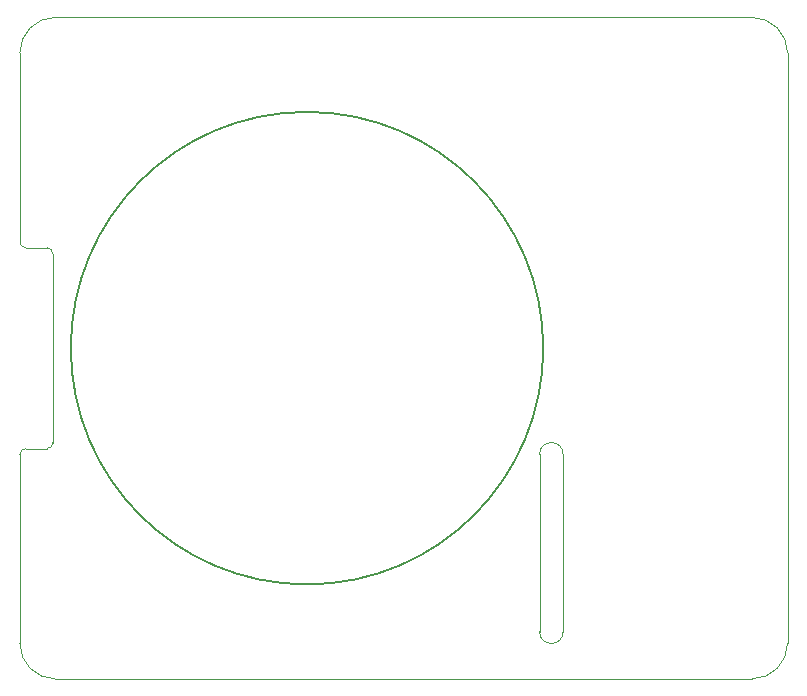
<source format=gm1>
G04 #@! TF.GenerationSoftware,KiCad,Pcbnew,(5.1.5)-3*
G04 #@! TF.CreationDate,2020-05-03T14:34:21+02:00*
G04 #@! TF.ProjectId,base_hat,62617365-5f68-4617-942e-6b696361645f,rev?*
G04 #@! TF.SameCoordinates,Original*
G04 #@! TF.FileFunction,Profile,NP*
%FSLAX46Y46*%
G04 Gerber Fmt 4.6, Leading zero omitted, Abs format (unit mm)*
G04 Created by KiCad (PCBNEW (5.1.5)-3) date 2020-05-03 14:34:21*
%MOMM*%
%LPD*%
G04 APERTURE LIST*
%ADD10C,0.100000*%
%ADD11C,0.150000*%
G04 APERTURE END LIST*
D10*
X202798699Y-113999327D02*
G75*
G03X202298700Y-113500200I-499999J-873D01*
G01*
X202296171Y-130502960D02*
G75*
G03X202794000Y-130002965I-2171J499995D01*
G01*
X200500000Y-113500000D02*
X202298700Y-113500200D01*
X202798699Y-113999327D02*
X202794000Y-130002965D01*
X200499127Y-130500001D02*
X202296171Y-130502960D01*
D11*
X244316200Y-122000000D02*
G75*
G03X244316200Y-122000000I-20000000J0D01*
G01*
D10*
X244000000Y-146000000D02*
X244000000Y-131000000D01*
X246000000Y-131000000D02*
X246000000Y-146000000D01*
X246000000Y-131000000D02*
G75*
G03X244000000Y-131000000I-1000000J0D01*
G01*
X244000000Y-146000000D02*
G75*
G03X246000000Y-146000000I1000000J0D01*
G01*
X200499127Y-130500001D02*
G75*
G03X200000000Y-131000000I873J-499999D01*
G01*
X200000000Y-113000000D02*
G75*
G03X200500000Y-113500000I500000J0D01*
G01*
X200000000Y-97000000D02*
X200000000Y-113000000D01*
X265000000Y-97000000D02*
G75*
G03X262000000Y-94000000I-3000000J0D01*
G01*
X262000000Y-150000000D02*
G75*
G03X265000000Y-147000000I0J3000000D01*
G01*
X200000000Y-147000000D02*
G75*
G03X203000000Y-150000000I3000000J0D01*
G01*
X203000000Y-94000000D02*
G75*
G03X200000000Y-97000000I0J-3000000D01*
G01*
X262000000Y-94000000D02*
X203000000Y-94000000D01*
X265000000Y-147000000D02*
X265000000Y-97000000D01*
X203000000Y-150000000D02*
X262000000Y-150000000D01*
X200000000Y-131000000D02*
X200000000Y-147000000D01*
M02*

</source>
